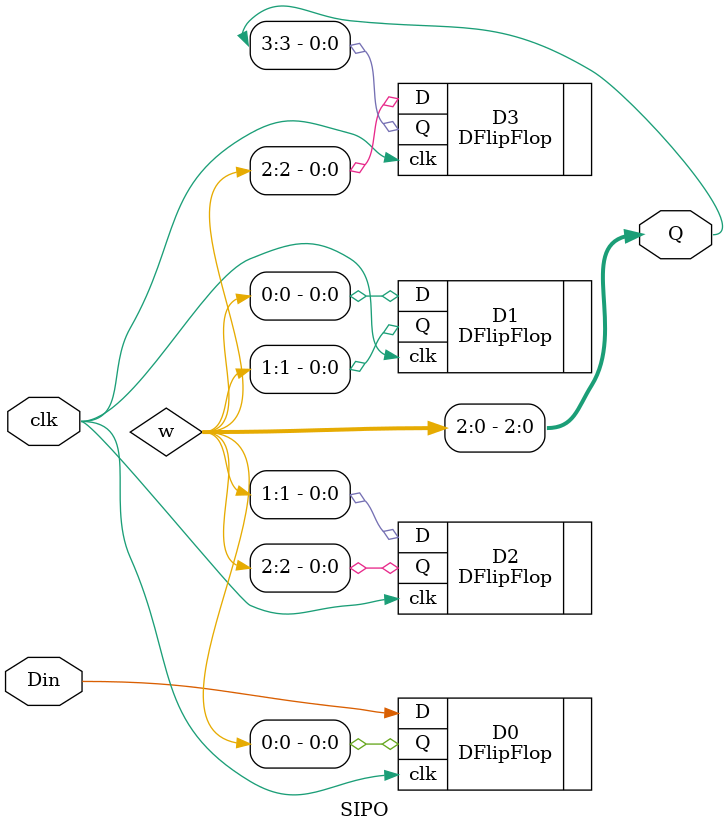
<source format=v>
`timescale 1ns / 1ps


module SIPO(output [3:0]Q, input Din,clk);
wire [2:0]w;

    DFlipFlop D0(.Q(w[0]), .D(Din), .clk(clk));
    DFlipFlop D1(.Q(w[1]), .D(w[0]), .clk(clk));
    DFlipFlop D2(.Q(w[2]), .D(w[1]), .clk(clk));
    DFlipFlop D3(.Q(Q[3]), .D(w[2]), .clk(clk));
    
    assign Q[0] = w[0];
    assign Q[1] = w[1];
    assign Q[2] = w[2];
    
endmodule

</source>
